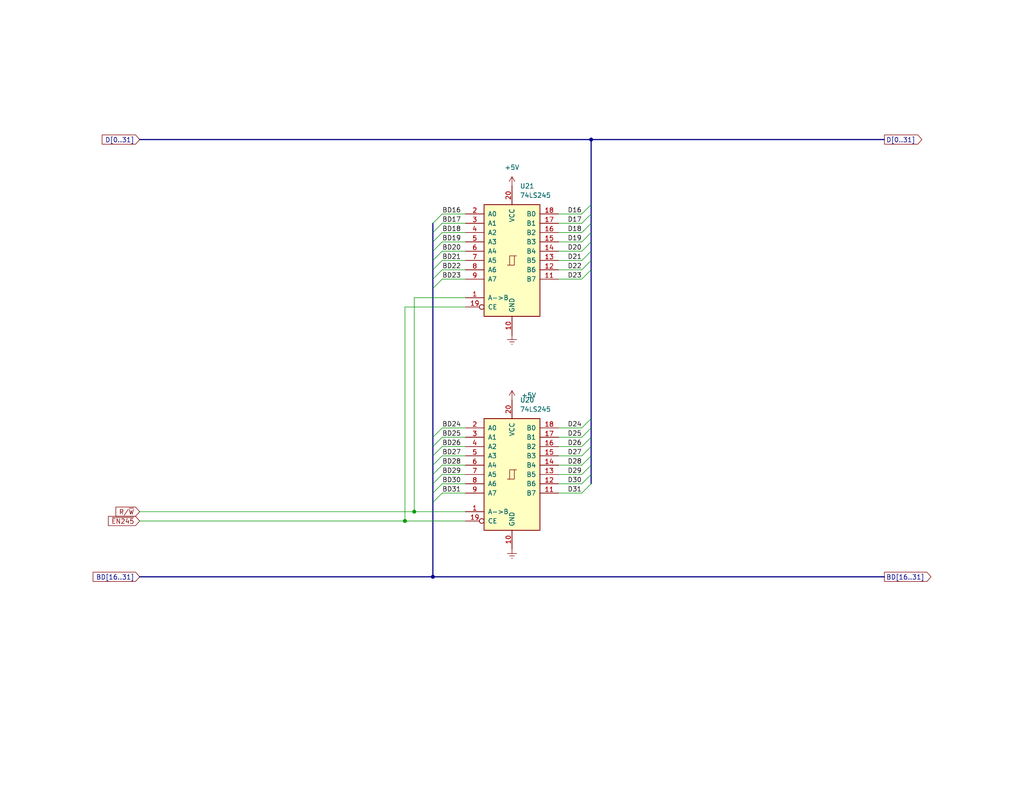
<source format=kicad_sch>
(kicad_sch (version 20250114) (generator "eeschema") (generator_version "9.0")
  (paper "USLetter")
  (title_block (title "Macintosh Classic II") (date "2025-05-29") (company "Apple Computer") (comment 1 "drawn by Bradley Bell"))
  (lib_symbols
    (symbol "74xx:74LS245" (pin_names (offset 1.016))
      (property "Reference" "U" (at -7.62 16.51 0))
      (property "Value" "74LS245" (at -7.62 -16.51 0))
      (symbol "74LS245_1_0"
        (polyline (pts (xy -1.27 -1.27) (xy 0.635 -1.27) (xy 0.635 1.27) (xy 1.27 1.27)))
        (polyline (pts (xy -0.635 -1.27) (xy -0.635 1.27) (xy 0.635 1.27)))
        (pin tri_state line (at -12.7 12.7 0) (length 5.08) (name "A0") (number "2"))
        (pin tri_state line (at -12.7 10.16 0) (length 5.08) (name "A1") (number "3"))
        (pin tri_state line (at -12.7 7.62 0) (length 5.08) (name "A2") (number "4"))
        (pin tri_state line (at -12.7 5.08 0) (length 5.08) (name "A3") (number "5"))
        (pin tri_state line (at -12.7 2.54 0) (length 5.08) (name "A4") (number "6"))
        (pin tri_state line (at -12.7 0 0) (length 5.08) (name "A5") (number "7"))
        (pin tri_state line (at -12.7 -2.54 0) (length 5.08) (name "A6") (number "8"))
        (pin tri_state line (at -12.7 -5.08 0) (length 5.08) (name "A7") (number "9"))
        (pin input line (at -12.7 -10.16 0) (length 5.08) (name "A->B") (number "1"))
        (pin input inverted (at -12.7 -12.7 0) (length 5.08) (name "CE") (number "19"))
        (pin power_in line (at 0 20.32 270) (length 5.08) (name "VCC") (number "20"))
        (pin power_in line (at 0 -20.32 90) (length 5.08) (name "GND") (number "10"))
        (pin tri_state line (at 12.7 12.7 180) (length 5.08) (name "B0") (number "18"))
        (pin tri_state line (at 12.7 10.16 180) (length 5.08) (name "B1") (number "17"))
        (pin tri_state line (at 12.7 7.62 180) (length 5.08) (name "B2") (number "16"))
        (pin tri_state line (at 12.7 5.08 180) (length 5.08) (name "B3") (number "15"))
        (pin tri_state line (at 12.7 2.54 180) (length 5.08) (name "B4") (number "14"))
        (pin tri_state line (at 12.7 0 180) (length 5.08) (name "B5") (number "13"))
        (pin tri_state line (at 12.7 -2.54 180) (length 5.08) (name "B6") (number "12"))
        (pin tri_state line (at 12.7 -5.08 180) (length 5.08) (name "B7") (number "11"))
      )
      (symbol "74LS245_1_1"
        (rectangle (start -7.62 15.24) (end 7.62 -15.24) (stroke (width 0.254)) (fill (type background)))
      )
    )
    (symbol "power:+5V" (power) (pin_numbers (hide yes)) (pin_names (offset 0) (hide yes))
      (property "Value" "+5V" (at 0 3.556 0))
      (symbol "+5V_0_1"
        (polyline (pts (xy -0.762 1.27) (xy 0 2.54)))
        (polyline (pts (xy 0 2.54) (xy 0.762 1.27)))
        (polyline (pts (xy 0 0) (xy 0 2.54)))
      )
      (symbol "+5V_1_1"
        (pin power_in line (at 0 0 90) (length 0) (name "~") (number "1"))
      )
    )
    (symbol "power:GNDREF" (power) (pin_numbers (hide yes)) (pin_names (offset 0) (hide yes))
      (property "Value" "GNDREF" (at 0 -3.81 0))
      (symbol "GNDREF_0_1"
        (polyline (pts (xy -0.635 -1.905) (xy 0.635 -1.905)))
        (polyline (pts (xy -0.127 -2.54) (xy 0.127 -2.54)))
        (polyline (pts (xy 0 -1.27) (xy 0 0)))
        (polyline (pts (xy 1.27 -1.27) (xy -1.27 -1.27)))
      )
      (symbol "GNDREF_1_1"
        (pin power_in line (at 0 0 270) (length 0) (name "~") (number "1"))
      )
    )
  )
  (junction (at 118.11 157.48))
  (junction (at 110.49 142.24))
  (junction (at 113.03 139.7))
  (junction (at 161.29 38.1))
  (bus_entry (at 158.75 71.12) (size 2.54 -2.54))
  (bus_entry (at 158.75 68.58) (size 2.54 -2.54))
  (bus_entry (at 120.65 71.12) (size -2.54 2.54))
  (bus_entry (at 158.75 124.46) (size 2.54 -2.54))
  (bus_entry (at 158.75 134.62) (size 2.54 -2.54))
  (bus_entry (at 120.65 63.5) (size -2.54 2.54))
  (bus_entry (at 120.65 129.54) (size -2.54 2.54))
  (bus_entry (at 158.75 76.2) (size 2.54 -2.54))
  (bus_entry (at 158.75 129.54) (size 2.54 -2.54))
  (bus_entry (at 158.75 63.5) (size 2.54 -2.54))
  (bus_entry (at 120.65 116.84) (size -2.54 2.54))
  (bus_entry (at 120.65 121.92) (size -2.54 2.54))
  (bus_entry (at 158.75 60.96) (size 2.54 -2.54))
  (bus_entry (at 120.65 132.08) (size -2.54 2.54))
  (bus_entry (at 120.65 134.62) (size -2.54 2.54))
  (bus_entry (at 158.75 116.84) (size 2.54 -2.54))
  (bus_entry (at 158.75 119.38) (size 2.54 -2.54))
  (bus_entry (at 120.65 127) (size -2.54 2.54))
  (bus_entry (at 158.75 73.66) (size 2.54 -2.54))
  (bus_entry (at 158.75 127) (size 2.54 -2.54))
  (bus_entry (at 120.65 58.42) (size -2.54 2.54))
  (bus_entry (at 120.65 76.2) (size -2.54 2.54))
  (bus_entry (at 158.75 66.04) (size 2.54 -2.54))
  (bus_entry (at 120.65 124.46) (size -2.54 2.54))
  (bus_entry (at 120.65 68.58) (size -2.54 2.54))
  (bus_entry (at 158.75 132.08) (size 2.54 -2.54))
  (bus_entry (at 120.65 73.66) (size -2.54 2.54))
  (bus_entry (at 158.75 58.42) (size 2.54 -2.54))
  (bus_entry (at 120.65 119.38) (size -2.54 2.54))
  (bus_entry (at 120.65 60.96) (size -2.54 2.54))
  (bus_entry (at 158.75 121.92) (size 2.54 -2.54))
  (bus_entry (at 120.65 66.04) (size -2.54 2.54))
  (bus (pts (xy 118.11 119.38) (xy 118.11 121.92)))
  (bus (pts (xy 161.29 60.96) (xy 161.29 58.42)))
  (wire (pts (xy 113.03 139.7) (xy 38.1 139.7)))
  (wire (pts (xy 152.4 66.04) (xy 158.75 66.04)))
  (wire (pts (xy 113.03 81.28) (xy 113.03 139.7)))
  (wire (pts (xy 110.49 83.82) (xy 127 83.82)))
  (bus (pts (xy 118.11 78.74) (xy 118.11 76.2)))
  (bus (pts (xy 161.29 121.92) (xy 161.29 124.46)))
  (wire (pts (xy 152.4 76.2) (xy 158.75 76.2)))
  (bus (pts (xy 118.11 63.5) (xy 118.11 66.04)))
  (wire (pts (xy 127 81.28) (xy 113.03 81.28)))
  (wire (pts (xy 38.1 142.24) (xy 110.49 142.24)))
  (wire (pts (xy 120.65 73.66) (xy 127 73.66)))
  (wire (pts (xy 120.65 129.54) (xy 127 129.54)))
  (wire (pts (xy 152.4 134.62) (xy 158.75 134.62)))
  (bus (pts (xy 38.1 38.1) (xy 161.29 38.1)))
  (wire (pts (xy 152.4 68.58) (xy 158.75 68.58)))
  (wire (pts (xy 120.65 66.04) (xy 127 66.04)))
  (bus (pts (xy 118.11 157.48) (xy 241.3 157.48)))
  (wire (pts (xy 127 142.24) (xy 110.49 142.24)))
  (bus (pts (xy 118.11 127) (xy 118.11 124.46)))
  (wire (pts (xy 152.4 73.66) (xy 158.75 73.66)))
  (wire (pts (xy 120.65 68.58) (xy 127 68.58)))
  (wire (pts (xy 120.65 132.08) (xy 127 132.08)))
  (bus (pts (xy 161.29 38.1) (xy 241.3 38.1)))
  (bus (pts (xy 38.1 157.48) (xy 118.11 157.48)))
  (wire (pts (xy 152.4 63.5) (xy 158.75 63.5)))
  (wire (pts (xy 120.65 121.92) (xy 127 121.92)))
  (bus (pts (xy 161.29 114.3) (xy 161.29 116.84)))
  (wire (pts (xy 152.4 121.92) (xy 158.75 121.92)))
  (wire (pts (xy 152.4 71.12) (xy 158.75 71.12)))
  (bus (pts (xy 161.29 71.12) (xy 161.29 73.66)))
  (bus (pts (xy 118.11 68.58) (xy 118.11 71.12)))
  (bus (pts (xy 118.11 127) (xy 118.11 129.54)))
  (wire (pts (xy 152.4 124.46) (xy 158.75 124.46)))
  (bus (pts (xy 161.29 116.84) (xy 161.29 119.38)))
  (bus (pts (xy 161.29 63.5) (xy 161.29 66.04)))
  (wire (pts (xy 110.49 83.82) (xy 110.49 142.24)))
  (bus (pts (xy 161.29 127) (xy 161.29 129.54)))
  (wire (pts (xy 120.65 71.12) (xy 127 71.12)))
  (wire (pts (xy 120.65 60.96) (xy 127 60.96)))
  (wire (pts (xy 120.65 119.38) (xy 127 119.38)))
  (bus (pts (xy 118.11 76.2) (xy 118.11 73.66)))
  (wire (pts (xy 120.65 76.2) (xy 127 76.2)))
  (bus (pts (xy 118.11 66.04) (xy 118.11 68.58)))
  (bus (pts (xy 118.11 137.16) (xy 118.11 134.62)))
  (wire (pts (xy 127 139.7) (xy 113.03 139.7)))
  (bus (pts (xy 118.11 63.5) (xy 118.11 60.96)))
  (bus (pts (xy 161.29 124.46) (xy 161.29 127)))
  (wire (pts (xy 152.4 60.96) (xy 158.75 60.96)))
  (bus (pts (xy 161.29 55.88) (xy 161.29 38.1)))
  (wire (pts (xy 120.65 134.62) (xy 127 134.62)))
  (wire (pts (xy 152.4 127) (xy 158.75 127)))
  (bus (pts (xy 118.11 157.48) (xy 118.11 137.16)))
  (wire (pts (xy 152.4 129.54) (xy 158.75 129.54)))
  (bus (pts (xy 161.29 114.3) (xy 161.29 73.66)))
  (wire (pts (xy 120.65 124.46) (xy 127 124.46)))
  (wire (pts (xy 152.4 119.38) (xy 158.75 119.38)))
  (bus (pts (xy 118.11 121.92) (xy 118.11 124.46)))
  (bus (pts (xy 118.11 134.62) (xy 118.11 132.08)))
  (bus (pts (xy 161.29 63.5) (xy 161.29 60.96)))
  (bus (pts (xy 161.29 58.42) (xy 161.29 55.88)))
  (wire (pts (xy 120.65 58.42) (xy 127 58.42)))
  (wire (pts (xy 152.4 58.42) (xy 158.75 58.42)))
  (bus (pts (xy 118.11 129.54) (xy 118.11 132.08)))
  (bus (pts (xy 161.29 129.54) (xy 161.29 132.08)))
  (bus (pts (xy 161.29 66.04) (xy 161.29 68.58)))
  (wire (pts (xy 120.65 63.5) (xy 127 63.5)))
  (wire (pts (xy 152.4 116.84) (xy 158.75 116.84)))
  (bus (pts (xy 161.29 119.38) (xy 161.29 121.92)))
  (wire (pts (xy 120.65 116.84) (xy 127 116.84)))
  (bus (pts (xy 118.11 71.12) (xy 118.11 73.66)))
  (wire (pts (xy 152.4 132.08) (xy 158.75 132.08)))
  (bus (pts (xy 118.11 119.38) (xy 118.11 78.74)))
  (wire (pts (xy 120.65 127) (xy 127 127)))
  (bus (pts (xy 161.29 68.58) (xy 161.29 71.12)))
  (label "D23" (at 158.75 76.2 180))
  (label "D21" (at 158.75 71.12 180))
  (label "BD18" (at 120.65 63.5 0))
  (label "D19" (at 158.75 66.04 180))
  (label "BD19" (at 120.65 66.04 0))
  (label "D22" (at 158.75 73.66 180))
  (label "BD21" (at 120.65 71.12 0))
  (label "BD24" (at 120.65 116.84 0))
  (label "D26" (at 158.75 121.92 180))
  (label "BD29" (at 120.65 129.54 0))
  (label "BD25" (at 120.65 119.38 0))
  (label "BD31" (at 120.65 134.62 0))
  (label "D20" (at 158.75 68.58 180))
  (label "BD27" (at 120.65 124.46 0))
  (label "D24" (at 158.75 116.84 180))
  (label "BD17" (at 120.65 60.96 0))
  (label "BD30" (at 120.65 132.08 0))
  (label "D27" (at 158.75 124.46 180))
  (label "BD20" (at 120.65 68.58 0))
  (label "D28" (at 158.75 127 180))
  (label "BD26" (at 120.65 121.92 0))
  (label "D25" (at 158.75 119.38 180))
  (label "D31" (at 158.75 134.62 180))
  (label "D16" (at 158.75 58.42 180))
  (label "D17" (at 158.75 60.96 180))
  (label "BD28" (at 120.65 127 0))
  (label "D30" (at 158.75 132.08 180))
  (label "BD22" (at 120.65 73.66 0))
  (label "BD23" (at 120.65 76.2 0))
  (label "BD16" (at 120.65 58.42 0))
  (label "D18" (at 158.75 63.5 180))
  (label "D29" (at 158.75 129.54 180))
  (global_label "BD[16..31]" (shape output) (at 241.3 157.48 0) (property "Intersheetrefs" "${INTERSHEET_REFS}" (at 254.5662 157.48 0) (effects (justify left))))
  (global_label "~{EN245}" (shape input) (at 38.1 142.24 180) (property "Intersheetrefs" "${INTERSHEET_REFS}" (at 28.8253 142.24 0) (effects (justify right))))
  (global_label "D[0..31]" (shape output) (at 241.3 38.1 0) (property "Intersheetrefs" "${INTERSHEET_REFS}" (at 252.0867 38.1 0) (effects (justify left))))
  (global_label "R{slash}~{W}" (shape input) (at 38.1 139.7 180) (property "Intersheetrefs" "${INTERSHEET_REFS}" (at 31.0629 139.7 0) (effects (justify right))))
  (global_label "BD[16..31]" (shape input) (at 38.1 157.48 180) (property "Intersheetrefs" "${INTERSHEET_REFS}" (at 24.8338 157.48 0) (effects (justify right))))
  (global_label "D[0..31]" (shape input) (at 38.1 38.1 180) (property "Intersheetrefs" "${INTERSHEET_REFS}" (at 27.3133 38.1 0) (effects (justify right))))
  (symbol (lib_id "power:+5V") (at 139.7 50.8 0) (mirror y) (unit 1)
    (property "Reference" "#PWR070" (effects (hide yes)))
    (property "Value" "+5V" (at 139.7 45.72 0))
    (property "Description" "Power symbol creates a global label with name \"+5V\"" (effects (hide yes)))
  )
  (symbol (lib_id "74xx:74LS245") (at 139.7 71.12 0) (unit 1)
    (property "Reference" "U21" (at 141.8433 50.8 0) (effects (justify left)))
    (property "Value" "74LS245" (at 141.8433 53.34 0) (effects (justify left)))
    (property "Footprint" "MyPackage:SOIC-20W_7.5x12.8mm_P1.27mm_oval" (effects (hide yes)))
    (property "Datasheet" "http://www.ti.com/lit/gpn/sn74LS245" (effects (hide yes)))
    (property "Description" "Octal BUS Transceivers, 3-State outputs" (effects (hide yes)))
  )
  (symbol (lib_id "power:GNDREF") (at 139.7 91.44 0) (unit 1)
    (property "Reference" "#PWR071" (effects (hide yes)))
    (property "Value" "GND" (effects (hide yes)))
    (property "Description" "Power symbol creates a global label with name \"GNDREF\" , reference supply ground" (effects (hide yes)))
  )
  (symbol (lib_id "74xx:74LS245") (at 139.7 129.54 0) (unit 1)
    (property "Reference" "U20" (at 141.8433 109.22 0) (effects (justify left)))
    (property "Value" "74LS245" (at 141.8433 111.76 0) (effects (justify left)))
    (property "Footprint" "MyPackage:SOIC-20W_7.5x12.8mm_P1.27mm_oval" (effects (hide yes)))
    (property "Datasheet" "http://www.ti.com/lit/gpn/sn74LS245" (effects (hide yes)))
    (property "Description" "Octal BUS Transceivers, 3-State outputs" (effects (hide yes)))
  )
  (symbol (lib_id "power:GNDREF") (at 139.7 149.86 0) (unit 1)
    (property "Reference" "#PWR0204" (effects (hide yes)))
    (property "Value" "GND" (effects (hide yes)))
    (property "Description" "Power symbol creates a global label with name \"GNDREF\" , reference supply ground" (effects (hide yes)))
  )
  (symbol (lib_id "power:+5V") (at 139.7 109.22 0) (mirror y) (unit 1)
    (property "Reference" "#PWR0203" (effects (hide yes)))
    (property "Value" "+5V" (at 142.24 107.9499 0) (effects (justify right)))
    (property "Description" "Power symbol creates a global label with name \"+5V\"" (effects (hide yes)))
  )
)
</source>
